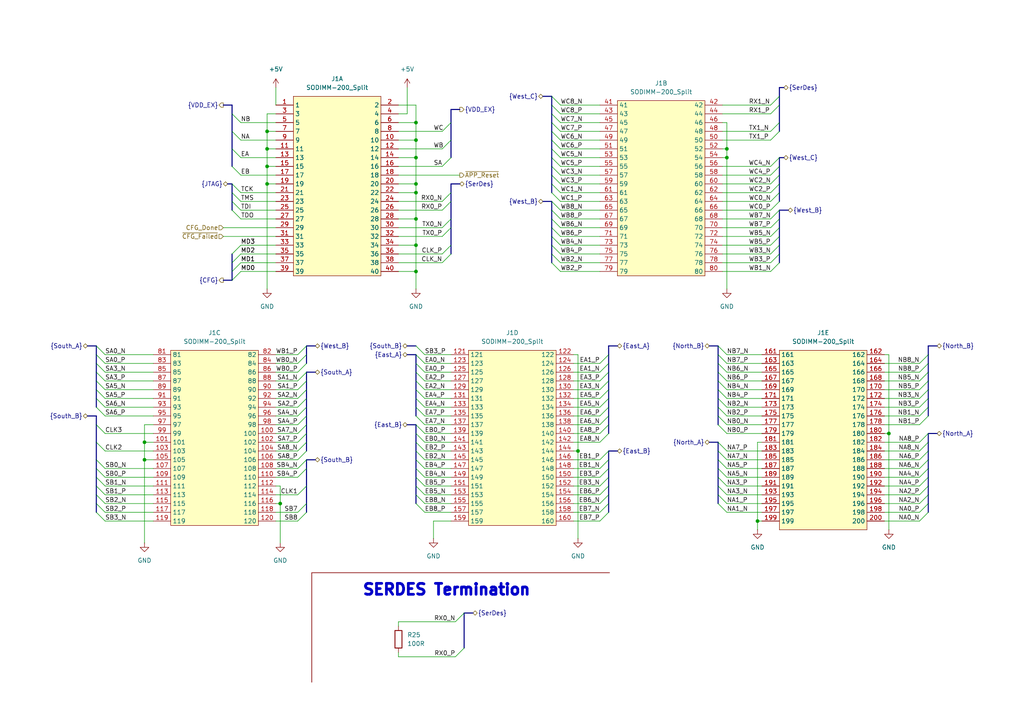
<source format=kicad_sch>
(kicad_sch (version 20231120) (generator "eeschema") (generator_version "8.0")
  (paper "A4")
  (title_block (title "CCSoM") (date "2024-12-20") (rev "1.0") (company "Technische Hochschule Köln") (comment 1 "Felix Sebastian Nitz "))
  (junction (at 167.64 130.81))
  (junction (at 120.65 40.64))
  (junction (at 81.28 146.05))
  (junction (at 257.81 125.73))
  (junction (at 41.91 128.27))
  (junction (at 120.65 63.5))
  (junction (at 120.65 45.72))
  (junction (at 120.65 55.88))
  (junction (at 120.65 35.56))
  (junction (at 41.91 133.35))
  (junction (at 210.82 43.18))
  (junction (at 210.82 45.72))
  (junction (at 120.65 71.12))
  (junction (at 77.47 53.34))
  (junction (at 77.47 48.26))
  (junction (at 77.47 43.18))
  (junction (at 77.47 38.1))
  (junction (at 120.65 53.34))
  (junction (at 219.71 151.13))
  (junction (at 120.65 78.74))
  (bus_entry (at 130.81 71.12) (size -2.54 2.54))
  (bus_entry (at 88.9 100.33) (size -2.54 2.54))
  (bus_entry (at 67.31 53.34) (size 2.54 2.54))
  (bus_entry (at 120.65 128.27) (size 2.54 2.54))
  (bus_entry (at 27.94 143.51) (size 2.54 2.54))
  (bus_entry (at 27.94 107.95) (size 2.54 2.54))
  (bus_entry (at 269.24 125.73) (size -2.54 2.54))
  (bus_entry (at 208.28 135.89) (size 2.54 2.54))
  (bus_entry (at 176.53 115.57) (size -2.54 2.54))
  (bus_entry (at 27.94 105.41) (size 2.54 2.54))
  (bus_entry (at 27.94 123.19) (size 2.54 2.54))
  (bus_entry (at 226.06 50.8) (size -2.54 2.54))
  (bus_entry (at 67.31 76.2) (size 2.54 -2.54))
  (bus_entry (at 27.94 135.89) (size 2.54 2.54))
  (bus_entry (at 226.06 30.48) (size -2.54 2.54))
  (bus_entry (at 160.02 58.42) (size 2.54 2.54))
  (bus_entry (at 67.31 33.02) (size 2.54 2.54))
  (bus_entry (at 269.24 102.87) (size -2.54 2.54))
  (bus_entry (at 160.02 48.26) (size 2.54 2.54))
  (bus_entry (at 88.9 146.05) (size -2.54 2.54))
  (bus_entry (at 160.02 43.18) (size 2.54 2.54))
  (bus_entry (at 226.06 27.94) (size -2.54 2.54))
  (bus_entry (at 208.28 113.03) (size 2.54 2.54))
  (bus_entry (at 88.9 128.27) (size -2.54 2.54))
  (bus_entry (at 160.02 35.56) (size 2.54 2.54))
  (bus_entry (at 130.81 58.42) (size -2.54 2.54))
  (bus_entry (at 130.81 66.04) (size -2.54 2.54))
  (bus_entry (at 27.94 100.33) (size 2.54 2.54))
  (bus_entry (at 208.28 107.95) (size 2.54 2.54))
  (bus_entry (at 208.28 128.27) (size 2.54 2.54))
  (bus_entry (at 27.94 133.35) (size 2.54 2.54))
  (bus_entry (at 120.65 123.19) (size 2.54 2.54))
  (bus_entry (at 176.53 135.89) (size -2.54 2.54))
  (bus_entry (at 130.81 40.64) (size -2.54 2.54))
  (bus_entry (at 176.53 107.95) (size -2.54 2.54))
  (bus_entry (at 269.24 146.05) (size -2.54 2.54))
  (bus_entry (at 160.02 76.2) (size 2.54 2.54))
  (bus_entry (at 208.28 123.19) (size 2.54 2.54))
  (bus_entry (at 160.02 38.1) (size 2.54 2.54))
  (bus_entry (at 67.31 55.88) (size 2.54 2.54))
  (bus_entry (at 176.53 133.35) (size -2.54 2.54))
  (bus_entry (at 160.02 55.88) (size 2.54 2.54))
  (bus_entry (at 269.24 143.51) (size -2.54 2.54))
  (bus_entry (at 67.31 43.18) (size 2.54 2.54))
  (bus_entry (at 226.06 63.5) (size -2.54 2.54))
  (bus_entry (at 67.31 81.28) (size 2.54 -2.54))
  (bus_entry (at 176.53 125.73) (size -2.54 2.54))
  (bus_entry (at 176.53 138.43) (size -2.54 2.54))
  (bus_entry (at 269.24 110.49) (size -2.54 2.54))
  (bus_entry (at 208.28 118.11) (size 2.54 2.54))
  (bus_entry (at 120.65 113.03) (size 2.54 2.54))
  (bus_entry (at 226.06 73.66) (size -2.54 2.54))
  (bus_entry (at 269.24 105.41) (size -2.54 2.54))
  (bus_entry (at 88.9 140.97) (size -2.54 2.54))
  (bus_entry (at 226.06 76.2) (size -2.54 2.54))
  (bus_entry (at 120.65 102.87) (size 2.54 2.54))
  (bus_entry (at 269.24 148.59) (size -2.54 2.54))
  (bus_entry (at 120.65 100.33) (size 2.54 2.54))
  (bus_entry (at 120.65 118.11) (size 2.54 2.54))
  (bus_entry (at 269.24 120.65) (size -2.54 2.54))
  (bus_entry (at 67.31 78.74) (size 2.54 -2.54))
  (bus_entry (at 176.53 148.59) (size -2.54 2.54))
  (bus_entry (at 27.94 148.59) (size 2.54 2.54))
  (bus_entry (at 130.81 73.66) (size -2.54 2.54))
  (bus_entry (at 134.62 177.8) (size -2.54 2.54))
  (bus_entry (at 67.31 60.96) (size 2.54 2.54))
  (bus_entry (at 176.53 105.41) (size -2.54 2.54))
  (bus_entry (at 130.81 35.56) (size -2.54 2.54))
  (bus_entry (at 160.02 45.72) (size 2.54 2.54))
  (bus_entry (at 160.02 60.96) (size 2.54 2.54))
  (bus_entry (at 226.06 38.1) (size -2.54 2.54))
  (bus_entry (at 88.9 115.57) (size -2.54 2.54))
  (bus_entry (at 88.9 135.89) (size -2.54 2.54))
  (bus_entry (at 130.81 63.5) (size -2.54 2.54))
  (bus_entry (at 88.9 125.73) (size -2.54 2.54))
  (bus_entry (at 208.28 138.43) (size 2.54 2.54))
  (bus_entry (at 160.02 27.94) (size 2.54 2.54))
  (bus_entry (at 120.65 125.73) (size 2.54 2.54))
  (bus_entry (at 208.28 120.65) (size 2.54 2.54))
  (bus_entry (at 27.94 146.05) (size 2.54 2.54))
  (bus_entry (at 269.24 128.27) (size -2.54 2.54))
  (bus_entry (at 160.02 40.64) (size 2.54 2.54))
  (bus_entry (at 120.65 115.57) (size 2.54 2.54))
  (bus_entry (at 120.65 138.43) (size 2.54 2.54))
  (bus_entry (at 269.24 118.11) (size -2.54 2.54))
  (bus_entry (at 27.94 138.43) (size 2.54 2.54))
  (bus_entry (at 88.9 130.81) (size -2.54 2.54))
  (bus_entry (at 88.9 120.65) (size -2.54 2.54))
  (bus_entry (at 208.28 105.41) (size 2.54 2.54))
  (bus_entry (at 208.28 143.51) (size 2.54 2.54))
  (bus_entry (at 176.53 143.51) (size -2.54 2.54))
  (bus_entry (at 160.02 73.66) (size 2.54 2.54))
  (bus_entry (at 160.02 68.58) (size 2.54 2.54))
  (bus_entry (at 226.06 48.26) (size -2.54 2.54))
  (bus_entry (at 208.28 130.81) (size 2.54 2.54))
  (bus_entry (at 226.06 45.72) (size -2.54 2.54))
  (bus_entry (at 226.06 60.96) (size -2.54 2.54))
  (bus_entry (at 269.24 130.81) (size -2.54 2.54))
  (bus_entry (at 27.94 102.87) (size 2.54 2.54))
  (bus_entry (at 160.02 63.5) (size 2.54 2.54))
  (bus_entry (at 176.53 113.03) (size -2.54 2.54))
  (bus_entry (at 27.94 110.49) (size 2.54 2.54))
  (bus_entry (at 208.28 100.33) (size 2.54 2.54))
  (bus_entry (at 269.24 133.35) (size -2.54 2.54))
  (bus_entry (at 208.28 146.05) (size 2.54 2.54))
  (bus_entry (at 120.65 105.41) (size 2.54 2.54))
  (bus_entry (at 120.65 143.51) (size 2.54 2.54))
  (bus_entry (at 208.28 115.57) (size 2.54 2.54))
  (bus_entry (at 269.24 115.57) (size -2.54 2.54))
  (bus_entry (at 134.62 187.96) (size -2.54 2.54))
  (bus_entry (at 130.81 55.88) (size -2.54 2.54))
  (bus_entry (at 226.06 58.42) (size -2.54 2.54))
  (bus_entry (at 176.53 120.65) (size -2.54 2.54))
  (bus_entry (at 176.53 110.49) (size -2.54 2.54))
  (bus_entry (at 226.06 55.88) (size -2.54 2.54))
  (bus_entry (at 88.9 123.19) (size -2.54 2.54))
  (bus_entry (at 208.28 133.35) (size 2.54 2.54))
  (bus_entry (at 120.65 130.81) (size 2.54 2.54))
  (bus_entry (at 27.94 118.11) (size 2.54 2.54))
  (bus_entry (at 160.02 53.34) (size 2.54 2.54))
  (bus_entry (at 120.65 120.65) (size 2.54 2.54))
  (bus_entry (at 27.94 128.27) (size 2.54 2.54))
  (bus_entry (at 160.02 33.02) (size 2.54 2.54))
  (bus_entry (at 226.06 53.34) (size -2.54 2.54))
  (bus_entry (at 269.24 138.43) (size -2.54 2.54))
  (bus_entry (at 27.94 140.97) (size 2.54 2.54))
  (bus_entry (at 88.9 113.03) (size -2.54 2.54))
  (bus_entry (at 67.31 58.42) (size 2.54 2.54))
  (bus_entry (at 176.53 130.81) (size -2.54 2.54))
  (bus_entry (at 176.53 146.05) (size -2.54 2.54))
  (bus_entry (at 160.02 66.04) (size 2.54 2.54))
  (bus_entry (at 120.65 107.95) (size 2.54 2.54))
  (bus_entry (at 269.24 135.89) (size -2.54 2.54))
  (bus_entry (at 226.06 35.56) (size -2.54 2.54))
  (bus_entry (at 176.53 118.11) (size -2.54 2.54))
  (bus_entry (at 27.94 115.57) (size 2.54 2.54))
  (bus_entry (at 269.24 140.97) (size -2.54 2.54))
  (bus_entry (at 269.24 113.03) (size -2.54 2.54))
  (bus_entry (at 208.28 140.97) (size 2.54 2.54))
  (bus_entry (at 120.65 135.89) (size 2.54 2.54))
  (bus_entry (at 160.02 30.48) (size 2.54 2.54))
  (bus_entry (at 120.65 133.35) (size 2.54 2.54))
  (bus_entry (at 160.02 50.8) (size 2.54 2.54))
  (bus_entry (at 226.06 66.04) (size -2.54 2.54))
  (bus_entry (at 208.28 110.49) (size 2.54 2.54))
  (bus_entry (at 67.31 73.66) (size 2.54 -2.54))
  (bus_entry (at 120.65 110.49) (size 2.54 2.54))
  (bus_entry (at 160.02 71.12) (size 2.54 2.54))
  (bus_entry (at 67.31 38.1) (size 2.54 2.54))
  (bus_entry (at 226.06 71.12) (size -2.54 2.54))
  (bus_entry (at 269.24 107.95) (size -2.54 2.54))
  (bus_entry (at 176.53 102.87) (size -2.54 2.54))
  (bus_entry (at 67.31 48.26) (size 2.54 2.54))
  (bus_entry (at 27.94 113.03) (size 2.54 2.54))
  (bus_entry (at 88.9 105.41) (size -2.54 2.54))
  (bus_entry (at 88.9 107.95) (size -2.54 2.54))
  (bus_entry (at 130.81 45.72) (size -2.54 2.54))
  (bus_entry (at 226.06 68.58) (size -2.54 2.54))
  (bus_entry (at 120.65 140.97) (size 2.54 2.54))
  (bus_entry (at 120.65 146.05) (size 2.54 2.54))
  (bus_entry (at 88.9 133.35) (size -2.54 2.54))
  (bus_entry (at 88.9 102.87) (size -2.54 2.54))
  (bus_entry (at 88.9 118.11) (size -2.54 2.54))
  (bus_entry (at 88.9 148.59) (size -2.54 2.54))
  (bus_entry (at 176.53 123.19) (size -2.54 2.54))
  (bus_entry (at 176.53 140.97) (size -2.54 2.54))
  (bus_entry (at 208.28 102.87) (size 2.54 2.54))
  (bus_entry (at 88.9 110.49) (size -2.54 2.54))
  (bus (pts (xy 130.81 55.88) (xy 130.81 58.42)))
  (bus (pts (xy 66.04 53.34) (xy 67.31 53.34)))
  (wire (pts (xy 210.82 130.81) (xy 220.98 130.81)))
  (bus (pts (xy 157.48 27.94) (xy 160.02 27.94)))
  (bus (pts (xy 176.53 118.11) (xy 176.53 120.65)))
  (bus (pts (xy 120.65 118.11) (xy 120.65 120.65)))
  (bus (pts (xy 27.94 146.05) (xy 27.94 148.59)))
  (wire (pts (xy 166.37 143.51) (xy 173.99 143.51)))
  (wire (pts (xy 115.57 78.74) (xy 120.65 78.74)))
  (bus (pts (xy 88.9 115.57) (xy 88.9 118.11)))
  (wire (pts (xy 115.57 40.64) (xy 120.65 40.64)))
  (bus (pts (xy 67.31 76.2) (xy 67.31 78.74)))
  (wire (pts (xy 162.56 58.42) (xy 173.99 58.42)))
  (bus (pts (xy 120.65 102.87) (xy 120.65 105.41)))
  (bus (pts (xy 208.28 105.41) (xy 208.28 107.95)))
  (wire (pts (xy 80.01 143.51) (xy 86.36 143.51)))
  (bus (pts (xy 208.28 128.27) (xy 208.28 130.81)))
  (wire (pts (xy 209.55 68.58) (xy 223.52 68.58)))
  (bus (pts (xy 88.9 120.65) (xy 88.9 123.19)))
  (bus (pts (xy 67.31 73.66) (xy 67.31 76.2)))
  (bus (pts (xy 160.02 73.66) (xy 160.02 76.2)))
  (wire (pts (xy 210.82 148.59) (xy 220.98 148.59)))
  (bus (pts (xy 88.9 140.97) (xy 88.9 146.05)))
  (bus (pts (xy 27.94 107.95) (xy 27.94 110.49)))
  (bus (pts (xy 176.53 138.43) (xy 176.53 140.97)))
  (wire (pts (xy 162.56 53.34) (xy 173.99 53.34)))
  (bus (pts (xy 176.53 120.65) (xy 176.53 123.19)))
  (bus (pts (xy 133.35 31.75) (xy 130.81 31.75)))
  (bus (pts (xy 269.24 125.73) (xy 269.24 128.27)))
  (bus (pts (xy 120.65 133.35) (xy 120.65 135.89)))
  (bus (pts (xy 160.02 35.56) (xy 160.02 38.1)))
  (wire (pts (xy 115.57 33.02) (xy 118.11 33.02)))
  (wire (pts (xy 120.65 78.74) (xy 120.65 83.82)))
  (bus (pts (xy 120.65 128.27) (xy 120.65 130.81)))
  (wire (pts (xy 210.82 140.97) (xy 220.98 140.97)))
  (bus (pts (xy 120.65 110.49) (xy 120.65 113.03)))
  (bus (pts (xy 91.44 133.35) (xy 88.9 133.35)))
  (wire (pts (xy 162.56 55.88) (xy 173.99 55.88)))
  (wire (pts (xy 115.57 73.66) (xy 128.27 73.66)))
  (bus (pts (xy 208.28 138.43) (xy 208.28 140.97)))
  (wire (pts (xy 210.82 113.03) (xy 220.98 113.03)))
  (bus (pts (xy 176.53 105.41) (xy 176.53 107.95)))
  (wire (pts (xy 115.57 50.8) (xy 133.35 50.8)))
  (wire (pts (xy 210.82 110.49) (xy 220.98 110.49)))
  (wire (pts (xy 209.55 43.18) (xy 210.82 43.18)))
  (wire (pts (xy 30.48 143.51) (xy 44.45 143.51)))
  (wire (pts (xy 123.19 125.73) (xy 130.81 125.73)))
  (wire (pts (xy 115.57 180.34) (xy 115.57 181.61)))
  (wire (pts (xy 80.01 113.03) (xy 86.36 113.03)))
  (wire (pts (xy 80.01 120.65) (xy 86.36 120.65)))
  (bus (pts (xy 205.74 128.27) (xy 208.28 128.27)))
  (bus (pts (xy 160.02 30.48) (xy 160.02 33.02)))
  (wire (pts (xy 162.56 60.96) (xy 173.99 60.96)))
  (bus (pts (xy 160.02 63.5) (xy 160.02 66.04)))
  (wire (pts (xy 80.01 130.81) (xy 86.36 130.81)))
  (bus (pts (xy 176.53 100.33) (xy 176.53 102.87)))
  (bus (pts (xy 208.28 130.81) (xy 208.28 133.35)))
  (bus (pts (xy 226.06 53.34) (xy 226.06 55.88)))
  (wire (pts (xy 166.37 118.11) (xy 173.99 118.11)))
  (bus (pts (xy 226.06 71.12) (xy 226.06 73.66)))
  (bus (pts (xy 130.81 66.04) (xy 130.81 71.12)))
  (bus (pts (xy 160.02 68.58) (xy 160.02 71.12)))
  (bus (pts (xy 160.02 50.8) (xy 160.02 53.34)))
  (bus (pts (xy 88.9 135.89) (xy 88.9 140.97)))
  (wire (pts (xy 209.55 71.12) (xy 223.52 71.12)))
  (wire (pts (xy 166.37 151.13) (xy 173.99 151.13)))
  (bus (pts (xy 25.4 100.33) (xy 27.94 100.33)))
  (wire (pts (xy 77.47 33.02) (xy 77.47 38.1)))
  (wire (pts (xy 210.82 35.56) (xy 210.82 43.18)))
  (wire (pts (xy 120.65 53.34) (xy 120.65 55.88)))
  (wire (pts (xy 256.54 151.13) (xy 266.7 151.13)))
  (bus (pts (xy 208.28 110.49) (xy 208.28 113.03)))
  (wire (pts (xy 115.57 189.23) (xy 115.57 190.5)))
  (wire (pts (xy 69.85 73.66) (xy 80.01 73.66)))
  (wire (pts (xy 120.65 55.88) (xy 120.65 63.5)))
  (wire (pts (xy 123.19 133.35) (xy 130.81 133.35)))
  (bus (pts (xy 208.28 143.51) (xy 208.28 146.05)))
  (bus (pts (xy 88.9 113.03) (xy 88.9 115.57)))
  (wire (pts (xy 86.36 151.13) (xy 80.01 151.13)))
  (bus (pts (xy 208.28 115.57) (xy 208.28 118.11)))
  (wire (pts (xy 166.37 146.05) (xy 173.99 146.05)))
  (wire (pts (xy 120.65 40.64) (xy 120.65 45.72)))
  (bus (pts (xy 67.31 58.42) (xy 67.31 60.96)))
  (wire (pts (xy 256.54 125.73) (xy 257.81 125.73)))
  (wire (pts (xy 80.01 125.73) (xy 86.36 125.73)))
  (bus (pts (xy 226.06 45.72) (xy 226.06 48.26)))
  (wire (pts (xy 120.65 63.5) (xy 120.65 71.12)))
  (wire (pts (xy 41.91 128.27) (xy 41.91 133.35)))
  (wire (pts (xy 256.54 102.87) (xy 257.81 102.87)))
  (wire (pts (xy 209.55 33.02) (xy 223.52 33.02)))
  (wire (pts (xy 210.82 107.95) (xy 220.98 107.95)))
  (bus (pts (xy 208.28 107.95) (xy 208.28 110.49)))
  (wire (pts (xy 123.19 128.27) (xy 130.81 128.27)))
  (polyline (pts (xy 90.424 166.116) (xy 176.784 166.116)) (stroke (width 0.2) (color 132 0 0 1)))
  (bus (pts (xy 208.28 140.97) (xy 208.28 143.51)))
  (wire (pts (xy 162.56 35.56) (xy 173.99 35.56)))
  (bus (pts (xy 67.31 30.48) (xy 67.31 33.02)))
  (bus (pts (xy 25.4 120.65) (xy 27.94 120.65)))
  (wire (pts (xy 123.19 115.57) (xy 130.81 115.57)))
  (wire (pts (xy 123.19 135.89) (xy 130.81 135.89)))
  (wire (pts (xy 123.19 118.11) (xy 130.81 118.11)))
  (wire (pts (xy 77.47 38.1) (xy 77.47 43.18)))
  (wire (pts (xy 166.37 130.81) (xy 167.64 130.81)))
  (bus (pts (xy 160.02 53.34) (xy 160.02 55.88)))
  (wire (pts (xy 210.82 146.05) (xy 220.98 146.05)))
  (bus (pts (xy 130.81 53.34) (xy 130.81 55.88)))
  (bus (pts (xy 269.24 105.41) (xy 269.24 107.95)))
  (bus (pts (xy 269.24 118.11) (xy 269.24 120.65)))
  (bus (pts (xy 176.53 135.89) (xy 176.53 138.43)))
  (wire (pts (xy 115.57 190.5) (xy 132.08 190.5)))
  (bus (pts (xy 120.65 138.43) (xy 120.65 140.97)))
  (wire (pts (xy 120.65 45.72) (xy 120.65 53.34)))
  (wire (pts (xy 115.57 48.26) (xy 128.27 48.26)))
  (wire (pts (xy 123.19 130.81) (xy 130.81 130.81)))
  (wire (pts (xy 115.57 45.72) (xy 120.65 45.72)))
  (bus (pts (xy 91.44 100.33) (xy 88.9 100.33)))
  (bus (pts (xy 269.24 133.35) (xy 269.24 135.89)))
  (wire (pts (xy 256.54 105.41) (xy 266.7 105.41)))
  (wire (pts (xy 209.55 35.56) (xy 210.82 35.56)))
  (wire (pts (xy 115.57 60.96) (xy 128.27 60.96)))
  (wire (pts (xy 80.01 102.87) (xy 86.36 102.87)))
  (bus (pts (xy 27.94 138.43) (xy 27.94 140.97)))
  (wire (pts (xy 77.47 43.18) (xy 77.47 48.26)))
  (wire (pts (xy 256.54 118.11) (xy 266.7 118.11)))
  (wire (pts (xy 115.57 30.48) (xy 120.65 30.48)))
  (bus (pts (xy 88.9 146.05) (xy 88.9 148.59)))
  (wire (pts (xy 77.47 53.34) (xy 80.01 53.34)))
  (wire (pts (xy 209.55 50.8) (xy 223.52 50.8)))
  (bus (pts (xy 176.53 110.49) (xy 176.53 113.03)))
  (wire (pts (xy 115.57 55.88) (xy 120.65 55.88)))
  (wire (pts (xy 209.55 38.1) (xy 223.52 38.1)))
  (bus (pts (xy 160.02 33.02) (xy 160.02 35.56)))
  (wire (pts (xy 115.57 53.34) (xy 120.65 53.34)))
  (bus (pts (xy 160.02 43.18) (xy 160.02 45.72)))
  (wire (pts (xy 166.37 125.73) (xy 173.99 125.73)))
  (wire (pts (xy 80.01 138.43) (xy 86.36 138.43)))
  (wire (pts (xy 80.01 115.57) (xy 86.36 115.57)))
  (wire (pts (xy 209.55 45.72) (xy 210.82 45.72)))
  (bus (pts (xy 226.06 55.88) (xy 226.06 58.42)))
  (wire (pts (xy 80.01 25.4) (xy 80.01 30.48)))
  (wire (pts (xy 120.65 30.48) (xy 120.65 35.56)))
  (bus (pts (xy 67.31 38.1) (xy 67.31 43.18)))
  (bus (pts (xy 67.31 53.34) (xy 67.31 55.88)))
  (wire (pts (xy 220.98 151.13) (xy 219.71 151.13)))
  (wire (pts (xy 209.55 60.96) (xy 223.52 60.96)))
  (wire (pts (xy 80.01 140.97) (xy 81.28 140.97)))
  (wire (pts (xy 123.19 113.03) (xy 130.81 113.03)))
  (bus (pts (xy 226.06 68.58) (xy 226.06 71.12)))
  (bus (pts (xy 269.24 102.87) (xy 269.24 105.41)))
  (bus (pts (xy 88.9 118.11) (xy 88.9 120.65)))
  (bus (pts (xy 176.53 130.81) (xy 176.53 133.35)))
  (wire (pts (xy 30.48 118.11) (xy 44.45 118.11)))
  (wire (pts (xy 69.85 45.72) (xy 80.01 45.72)))
  (bus (pts (xy 227.33 25.4) (xy 226.06 25.4)))
  (bus (pts (xy 130.81 58.42) (xy 130.81 63.5)))
  (wire (pts (xy 41.91 133.35) (xy 44.45 133.35)))
  (bus (pts (xy 88.9 107.95) (xy 88.9 110.49)))
  (bus (pts (xy 176.53 115.57) (xy 176.53 118.11)))
  (bus (pts (xy 160.02 66.04) (xy 160.02 68.58)))
  (wire (pts (xy 257.81 125.73) (xy 257.81 153.67)))
  (wire (pts (xy 69.85 60.96) (xy 80.01 60.96)))
  (wire (pts (xy 210.82 45.72) (xy 210.82 83.82)))
  (bus (pts (xy 27.94 128.27) (xy 27.94 133.35)))
  (bus (pts (xy 27.94 102.87) (xy 27.94 105.41)))
  (wire (pts (xy 30.48 105.41) (xy 44.45 105.41)))
  (wire (pts (xy 80.01 148.59) (xy 86.36 148.59)))
  (bus (pts (xy 120.65 105.41) (xy 120.65 107.95)))
  (wire (pts (xy 209.55 66.04) (xy 223.52 66.04)))
  (bus (pts (xy 208.28 100.33) (xy 208.28 102.87)))
  (wire (pts (xy 125.73 151.13) (xy 130.81 151.13)))
  (wire (pts (xy 120.65 35.56) (xy 120.65 40.64)))
  (bus (pts (xy 269.24 113.03) (xy 269.24 115.57)))
  (wire (pts (xy 210.82 135.89) (xy 220.98 135.89)))
  (bus (pts (xy 88.9 110.49) (xy 88.9 113.03)))
  (wire (pts (xy 209.55 73.66) (xy 223.52 73.66)))
  (wire (pts (xy 30.48 135.89) (xy 44.45 135.89)))
  (wire (pts (xy 123.19 110.49) (xy 130.81 110.49)))
  (wire (pts (xy 77.47 38.1) (xy 80.01 38.1)))
  (bus (pts (xy 226.06 25.4) (xy 226.06 27.94)))
  (wire (pts (xy 256.54 130.81) (xy 266.7 130.81)))
  (wire (pts (xy 123.19 146.05) (xy 130.81 146.05)))
  (wire (pts (xy 209.55 55.88) (xy 223.52 55.88)))
  (bus (pts (xy 176.53 107.95) (xy 176.53 110.49)))
  (bus (pts (xy 88.9 123.19) (xy 88.9 125.73)))
  (bus (pts (xy 269.24 146.05) (xy 269.24 148.59)))
  (wire (pts (xy 80.01 107.95) (xy 86.36 107.95)))
  (wire (pts (xy 69.85 76.2) (xy 80.01 76.2)))
  (wire (pts (xy 209.55 30.48) (xy 223.52 30.48)))
  (wire (pts (xy 162.56 66.04) (xy 173.99 66.04)))
  (bus (pts (xy 88.9 100.33) (xy 88.9 102.87)))
  (wire (pts (xy 209.55 40.64) (xy 223.52 40.64)))
  (bus (pts (xy 226.06 30.48) (xy 226.06 35.56)))
  (bus (pts (xy 208.28 133.35) (xy 208.28 135.89)))
  (wire (pts (xy 166.37 115.57) (xy 173.99 115.57)))
  (wire (pts (xy 118.11 25.4) (xy 118.11 33.02)))
  (wire (pts (xy 220.98 128.27) (xy 219.71 128.27)))
  (bus (pts (xy 205.74 100.33) (xy 208.28 100.33)))
  (bus (pts (xy 208.28 120.65) (xy 208.28 123.19)))
  (bus (pts (xy 27.94 110.49) (xy 27.94 113.03)))
  (wire (pts (xy 210.82 102.87) (xy 220.98 102.87)))
  (wire (pts (xy 115.57 38.1) (xy 128.27 38.1)))
  (bus (pts (xy 208.28 102.87) (xy 208.28 105.41)))
  (wire (pts (xy 115.57 76.2) (xy 128.27 76.2)))
  (bus (pts (xy 120.65 113.03) (xy 120.65 115.57)))
  (wire (pts (xy 69.85 58.42) (xy 80.01 58.42)))
  (wire (pts (xy 166.37 110.49) (xy 173.99 110.49)))
  (bus (pts (xy 269.24 140.97) (xy 269.24 143.51)))
  (bus (pts (xy 271.78 125.73) (xy 269.24 125.73)))
  (bus (pts (xy 130.81 63.5) (xy 130.81 66.04)))
  (bus (pts (xy 118.11 123.19) (xy 120.65 123.19)))
  (wire (pts (xy 123.19 102.87) (xy 130.81 102.87)))
  (bus (pts (xy 130.81 35.56) (xy 130.81 40.64)))
  (wire (pts (xy 80.01 133.35) (xy 86.36 133.35)))
  (wire (pts (xy 115.57 71.12) (xy 120.65 71.12)))
  (wire (pts (xy 210.82 105.41) (xy 220.98 105.41)))
  (wire (pts (xy 80.01 135.89) (xy 86.36 135.89)))
  (bus (pts (xy 160.02 60.96) (xy 160.02 63.5)))
  (wire (pts (xy 162.56 63.5) (xy 173.99 63.5)))
  (wire (pts (xy 162.56 43.18) (xy 173.99 43.18)))
  (wire (pts (xy 30.48 138.43) (xy 44.45 138.43)))
  (wire (pts (xy 69.85 50.8) (xy 80.01 50.8)))
  (wire (pts (xy 77.47 53.34) (xy 77.47 83.82)))
  (wire (pts (xy 256.54 138.43) (xy 266.7 138.43)))
  (wire (pts (xy 115.57 63.5) (xy 120.65 63.5)))
  (wire (pts (xy 162.56 71.12) (xy 173.99 71.12)))
  (wire (pts (xy 77.47 33.02) (xy 80.01 33.02)))
  (wire (pts (xy 256.54 110.49) (xy 266.7 110.49)))
  (polyline (pts (xy 90.424 166.116) (xy 90.424 197.866)) (stroke (width 0.2) (color 132 0 0 1)))
  (wire (pts (xy 256.54 146.05) (xy 266.7 146.05)))
  (wire (pts (xy 209.55 76.2) (xy 223.52 76.2)))
  (wire (pts (xy 209.55 63.5) (xy 223.52 63.5)))
  (bus (pts (xy 176.53 102.87) (xy 176.53 105.41)))
  (wire (pts (xy 80.01 123.19) (xy 86.36 123.19)))
  (wire (pts (xy 167.64 102.87) (xy 167.64 130.81)))
  (wire (pts (xy 166.37 102.87) (xy 167.64 102.87)))
  (wire (pts (xy 123.19 148.59) (xy 130.81 148.59)))
  (wire (pts (xy 209.55 78.74) (xy 223.52 78.74)))
  (wire (pts (xy 80.01 105.41) (xy 86.36 105.41)))
  (bus (pts (xy 27.94 105.41) (xy 27.94 107.95)))
  (bus (pts (xy 27.94 143.51) (xy 27.94 146.05)))
  (bus (pts (xy 269.24 107.95) (xy 269.24 110.49)))
  (wire (pts (xy 30.48 113.03) (xy 44.45 113.03)))
  (wire (pts (xy 123.19 107.95) (xy 130.81 107.95)))
  (wire (pts (xy 162.56 30.48) (xy 173.99 30.48)))
  (wire (pts (xy 69.85 63.5) (xy 80.01 63.5)))
  (bus (pts (xy 226.06 35.56) (xy 226.06 38.1)))
  (wire (pts (xy 162.56 48.26) (xy 173.99 48.26)))
  (bus (pts (xy 226.06 45.72) (xy 227.33 45.72)))
  (wire (pts (xy 256.54 143.51) (xy 266.7 143.51)))
  (bus (pts (xy 27.94 123.19) (xy 27.94 128.27)))
  (wire (pts (xy 69.85 55.88) (xy 80.01 55.88)))
  (wire (pts (xy 256.54 140.97) (xy 266.7 140.97)))
  (wire (pts (xy 256.54 120.65) (xy 266.7 120.65)))
  (bus (pts (xy 228.6 60.96) (xy 226.06 60.96)))
  (bus (pts (xy 269.24 138.43) (xy 269.24 140.97)))
  (wire (pts (xy 209.55 48.26) (xy 223.52 48.26)))
  (bus (pts (xy 269.24 130.81) (xy 269.24 133.35)))
  (wire (pts (xy 120.65 71.12) (xy 120.65 78.74)))
  (wire (pts (xy 69.85 71.12) (xy 80.01 71.12)))
  (bus (pts (xy 91.44 107.95) (xy 88.9 107.95)))
  (bus (pts (xy 67.31 33.02) (xy 67.31 38.1)))
  (wire (pts (xy 209.55 53.34) (xy 223.52 53.34)))
  (wire (pts (xy 123.19 123.19) (xy 130.81 123.19)))
  (bus (pts (xy 67.31 43.18) (xy 67.31 48.26)))
  (bus (pts (xy 120.65 125.73) (xy 120.65 128.27)))
  (wire (pts (xy 80.01 118.11) (xy 86.36 118.11)))
  (wire (pts (xy 41.91 123.19) (xy 44.45 123.19)))
  (wire (pts (xy 210.82 143.51) (xy 220.98 143.51)))
  (bus (pts (xy 157.48 58.42) (xy 160.02 58.42)))
  (bus (pts (xy 134.62 177.8) (xy 134.62 187.96)))
  (bus (pts (xy 64.77 81.28) (xy 67.31 81.28)))
  (wire (pts (xy 167.64 130.81) (xy 167.64 156.21)))
  (wire (pts (xy 210.82 138.43) (xy 220.98 138.43)))
  (bus (pts (xy 176.53 146.05) (xy 176.53 148.59)))
  (bus (pts (xy 226.06 50.8) (xy 226.06 53.34)))
  (wire (pts (xy 219.71 128.27) (xy 219.71 151.13)))
  (wire (pts (xy 256.54 113.03) (xy 266.7 113.03)))
  (wire (pts (xy 256.54 135.89) (xy 266.7 135.89)))
  (wire (pts (xy 166.37 148.59) (xy 173.99 148.59)))
  (wire (pts (xy 115.57 58.42) (xy 128.27 58.42)))
  (wire (pts (xy 30.48 140.97) (xy 44.45 140.97)))
  (bus (pts (xy 120.65 135.89) (xy 120.65 138.43)))
  (bus (pts (xy 160.02 27.94) (xy 160.02 30.48)))
  (wire (pts (xy 210.82 133.35) (xy 220.98 133.35)))
  (wire (pts (xy 41.91 123.19) (xy 41.91 128.27)))
  (wire (pts (xy 166.37 133.35) (xy 173.99 133.35)))
  (bus (pts (xy 208.28 118.11) (xy 208.28 120.65)))
  (wire (pts (xy 30.48 146.05) (xy 44.45 146.05)))
  (bus (pts (xy 226.06 66.04) (xy 226.06 68.58)))
  (wire (pts (xy 162.56 38.1) (xy 173.99 38.1)))
  (bus (pts (xy 176.53 140.97) (xy 176.53 143.51)))
  (wire (pts (xy 123.19 140.97) (xy 130.81 140.97)))
  (wire (pts (xy 210.82 118.11) (xy 220.98 118.11)))
  (bus (pts (xy 120.65 123.19) (xy 120.65 125.73)))
  (bus (pts (xy 269.24 135.89) (xy 269.24 138.43)))
  (wire (pts (xy 123.19 120.65) (xy 130.81 120.65)))
  (wire (pts (xy 30.48 110.49) (xy 44.45 110.49)))
  (wire (pts (xy 115.57 180.34) (xy 132.08 180.34)))
  (wire (pts (xy 219.71 151.13) (xy 219.71 153.67)))
  (wire (pts (xy 115.57 35.56) (xy 120.65 35.56)))
  (wire (pts (xy 123.19 143.51) (xy 130.81 143.51)))
  (wire (pts (xy 30.48 151.13) (xy 44.45 151.13)))
  (wire (pts (xy 162.56 50.8) (xy 173.99 50.8)))
  (wire (pts (xy 256.54 133.35) (xy 266.7 133.35)))
  (bus (pts (xy 27.94 135.89) (xy 27.94 138.43)))
  (bus (pts (xy 160.02 58.42) (xy 160.02 60.96)))
  (bus (pts (xy 130.81 71.12) (xy 130.81 73.66)))
  (wire (pts (xy 256.54 115.57) (xy 266.7 115.57)))
  (wire (pts (xy 69.85 78.74) (xy 80.01 78.74)))
  (wire (pts (xy 162.56 78.74) (xy 173.99 78.74)))
  (bus (pts (xy 67.31 55.88) (xy 67.31 58.42)))
  (wire (pts (xy 162.56 33.02) (xy 173.99 33.02)))
  (bus (pts (xy 27.94 113.03) (xy 27.94 115.57)))
  (bus (pts (xy 27.94 100.33) (xy 27.94 102.87)))
  (wire (pts (xy 77.47 48.26) (xy 77.47 53.34)))
  (wire (pts (xy 64.77 66.04) (xy 80.01 66.04)))
  (bus (pts (xy 130.81 40.64) (xy 130.81 45.72)))
  (bus (pts (xy 208.28 135.89) (xy 208.28 138.43)))
  (wire (pts (xy 162.56 68.58) (xy 173.99 68.58)))
  (bus (pts (xy 120.65 140.97) (xy 120.65 143.51)))
  (bus (pts (xy 67.31 78.74) (xy 67.31 81.28)))
  (wire (pts (xy 123.19 138.43) (xy 130.81 138.43)))
  (bus (pts (xy 269.24 110.49) (xy 269.24 113.03)))
  (bus (pts (xy 269.24 128.27) (xy 269.24 130.81)))
  (wire (pts (xy 166.37 105.41) (xy 173.99 105.41)))
  (bus (pts (xy 118.11 102.87) (xy 120.65 102.87)))
  (bus (pts (xy 120.65 130.81) (xy 120.65 133.35)))
  (wire (pts (xy 30.48 120.65) (xy 44.45 120.65)))
  (bus (pts (xy 27.94 115.57) (xy 27.94 118.11)))
  (wire (pts (xy 162.56 45.72) (xy 173.99 45.72)))
  (bus (pts (xy 226.06 60.96) (xy 226.06 63.5)))
  (wire (pts (xy 166.37 123.19) (xy 173.99 123.19)))
  (bus (pts (xy 208.28 113.03) (xy 208.28 115.57)))
  (wire (pts (xy 162.56 76.2) (xy 173.99 76.2)))
  (wire (pts (xy 80.01 110.49) (xy 86.36 110.49)))
  (wire (pts (xy 30.48 148.59) (xy 44.45 148.59)))
  (bus (pts (xy 226.06 73.66) (xy 226.06 76.2)))
  (wire (pts (xy 166.37 138.43) (xy 173.99 138.43)))
  (wire (pts (xy 166.37 120.65) (xy 173.99 120.65)))
  (bus (pts (xy 118.11 100.33) (xy 120.65 100.33)))
  (wire (pts (xy 30.48 125.73) (xy 44.45 125.73)))
  (wire (pts (xy 115.57 68.58) (xy 128.27 68.58)))
  (wire (pts (xy 123.19 105.41) (xy 130.81 105.41)))
  (bus (pts (xy 269.24 115.57) (xy 269.24 118.11)))
  (bus (pts (xy 120.65 115.57) (xy 120.65 118.11)))
  (wire (pts (xy 210.82 123.19) (xy 220.98 123.19)))
  (wire (pts (xy 166.37 135.89) (xy 173.99 135.89)))
  (wire (pts (xy 80.01 35.56) (xy 69.85 35.56)))
  (bus (pts (xy 27.94 140.97) (xy 27.94 143.51)))
  (bus (pts (xy 226.06 27.94) (xy 226.06 30.48)))
  (bus (pts (xy 160.02 71.12) (xy 160.02 73.66)))
  (wire (pts (xy 166.37 113.03) (xy 173.99 113.03)))
  (wire (pts (xy 162.56 40.64) (xy 173.99 40.64)))
  (bus (pts (xy 160.02 40.64) (xy 160.02 43.18)))
  (wire (pts (xy 210.82 43.18) (xy 210.82 45.72)))
  (wire (pts (xy 166.37 107.95) (xy 173.99 107.95)))
  (wire (pts (xy 256.54 148.59) (xy 266.7 148.59)))
  (bus (pts (xy 176.53 143.51) (xy 176.53 146.05)))
  (wire (pts (xy 41.91 128.27) (xy 44.45 128.27)))
  (wire (pts (xy 256.54 123.19) (xy 266.7 123.19)))
  (bus (pts (xy 134.62 177.8) (xy 137.16 177.8)))
  (bus (pts (xy 160.02 38.1) (xy 160.02 40.64)))
  (bus (pts (xy 176.53 133.35) (xy 176.53 135.89)))
  (bus (pts (xy 130.81 53.34) (xy 133.35 53.34)))
  (wire (pts (xy 64.77 68.58) (xy 80.01 68.58)))
  (wire (pts (xy 81.28 140.97) (xy 81.28 146.05)))
  (bus (pts (xy 179.07 100.33) (xy 176.53 100.33)))
  (wire (pts (xy 257.81 102.87) (xy 257.81 125.73)))
  (wire (pts (xy 30.48 115.57) (xy 44.45 115.57)))
  (bus (pts (xy 226.06 63.5) (xy 226.06 66.04)))
  (bus (pts (xy 176.53 123.19) (xy 176.53 125.73)))
  (wire (pts (xy 30.48 107.95) (xy 44.45 107.95)))
  (bus (pts (xy 179.07 130.81) (xy 176.53 130.81)))
  (wire (pts (xy 115.57 66.04) (xy 128.27 66.04)))
  (wire (pts (xy 256.54 128.27) (xy 266.7 128.27)))
  (bus (pts (xy 27.94 120.65) (xy 27.94 123.19)))
  (wire (pts (xy 256.54 107.95) (xy 266.7 107.95)))
  (bus (pts (xy 120.65 143.51) (xy 120.65 146.05)))
  (wire (pts (xy 210.82 125.73) (xy 220.98 125.73)))
  (bus (pts (xy 271.78 100.33) (xy 269.24 100.33)))
  (wire (pts (xy 77.47 43.18) (xy 80.01 43.18)))
  (bus (pts (xy 88.9 133.35) (xy 88.9 135.89)))
  (bus (pts (xy 88.9 128.27) (xy 88.9 130.81)))
  (wire (pts (xy 80.01 146.05) (xy 81.28 146.05)))
  (wire (pts (xy 209.55 58.42) (xy 223.52 58.42)))
  (bus (pts (xy 160.02 48.26) (xy 160.02 50.8)))
  (bus (pts (xy 130.81 31.75) (xy 130.81 35.56)))
  (wire (pts (xy 81.28 146.05) (xy 81.28 157.48)))
  (wire (pts (xy 210.82 115.57) (xy 220.98 115.57)))
  (wire (pts (xy 166.37 140.97) (xy 173.99 140.97)))
  (wire (pts (xy 162.56 73.66) (xy 173.99 73.66)))
  (bus (pts (xy 269.24 100.33) (xy 269.24 102.87)))
  (wire (pts (xy 166.37 128.27) (xy 173.99 128.27)))
  (wire (pts (xy 30.48 130.81) (xy 44.45 130.81)))
  (wire (pts (xy 125.73 151.13) (xy 125.73 156.21)))
  (wire (pts (xy 69.85 40.64) (xy 80.01 40.64)))
  (bus (pts (xy 176.53 113.03) (xy 176.53 115.57)))
  (wire (pts (xy 80.01 128.27) (xy 86.36 128.27)))
  (bus (pts (xy 88.9 102.87) (xy 88.9 105.41)))
  (bus (pts (xy 120.65 107.95) (xy 120.65 110.49)))
  (bus (pts (xy 64.77 30.48) (xy 67.31 30.48)))
  (wire (pts (xy 115.57 43.18) (xy 128.27 43.18)))
  (wire (pts (xy 30.48 102.87) (xy 44.45 102.87)))
  (bus (pts (xy 269.24 143.51) (xy 269.24 146.05)))
  (wire (pts (xy 41.91 133.35) (xy 41.91 157.48)))
  (bus (pts (xy 160.02 45.72) (xy 160.02 48.26)))
  (bus (pts (xy 27.94 133.35) (xy 27.94 135.89)))
  (wire (pts (xy 77.47 48.26) (xy 80.01 48.26)))
  (wire (pts (xy 210.82 120.65) (xy 220.98 120.65)))
  (bus (pts (xy 88.9 125.73) (xy 88.9 128.27)))
  (bus (pts (xy 226.06 48.26) (xy 226.06 50.8)))
  (text "SERDES Termination" (at 129.54 171.196 0) (effects (font (size 3.175 3.175) (thickness 1.27) (bold yes))))
  (label "MD0" (at 69.85 78.74 0))
  (label "EA" (at 69.85 45.72 0))
  (label "EB1_P" (at 173.99 133.35 180))
  (label "NA3_P" (at 210.82 140.97 0))
  (label "WC4_P" (at 223.52 50.8 180))
  (label "WB4_P" (at 162.56 73.66 0))
  (label "MD1" (at 69.85 76.2 0))
  (label "NA4_P" (at 266.7 140.97 180))
  (label "NB4_P" (at 210.82 115.57 0))
  (label "MD2" (at 69.85 73.66 0))
  (label "NA7_P" (at 210.82 130.81 0))
  (label "EA5_N" (at 173.99 118.11 180))
  (label "NB2_P" (at 210.82 120.65 0))
  (label "WB4_N" (at 162.56 71.12 0))
  (label "SA7_P" (at 86.36 128.27 180))
  (label "EB7_N" (at 173.99 148.59 180))
  (label "EA1_N" (at 173.99 107.95 180))
  (label "NA8_P" (at 266.7 128.27 180))
  (label "RX1_P" (at 217.17 33.02 0))
  (label "NB3_P" (at 266.7 118.11 180))
  (label "TDO" (at 73.66 63.5 180))
  (label "WC7_P" (at 162.56 38.1 0))
  (label "WB6_P" (at 162.56 68.58 0))
  (label "SA8_P" (at 86.36 133.35 180))
  (label "WB5_P" (at 217.17 71.12 0))
  (label "EB8_P" (at 123.19 148.59 0))
  (label "SA4_P" (at 86.36 123.19 180))
  (label "SB8" (at 86.36 151.13 180))
  (label "NB6_P" (at 210.82 110.49 0))
  (label "NA0_P" (at 266.7 148.59 180))
  (label "WB6_N" (at 162.56 66.04 0))
  (label "WC5_N" (at 162.56 45.72 0))
  (label "NB8_N" (at 266.7 105.41 180))
  (label "WC6_P" (at 162.56 43.18 0))
  (label "WB8_P" (at 162.56 63.5 0))
  (label "EA3_P" (at 173.99 110.49 180))
  (label "SA3_N" (at 30.48 107.95 0))
  (label "SA4_N" (at 86.36 120.65 180))
  (label "EB1_N" (at 173.99 135.89 180))
  (label "SB0_P" (at 30.48 138.43 0))
  (label "WB3_N" (at 217.17 73.66 0))
  (label "SA2_P" (at 86.36 118.11 180))
  (label "SB1_N" (at 30.48 140.97 0))
  (label "WB1_P" (at 86.36 102.87 180))
  (label "WC8_N" (at 162.56 30.48 0))
  (label "WC2_N" (at 217.17 53.34 0))
  (label "WC3_P" (at 162.56 53.34 0))
  (label "NB7_P" (at 210.82 105.41 0))
  (label "SB7" (at 86.36 148.59 180))
  (label "EA6_N" (at 173.99 123.19 180))
  (label "NA0_N" (at 266.7 151.13 180))
  (label "SA2_N" (at 86.36 115.57 180))
  (label "SB4_P" (at 86.36 138.43 180))
  (label "WC2_P" (at 217.17 55.88 0))
  (label "EB6_P" (at 173.99 143.51 180))
  (label "NB1_N" (at 266.7 120.65 180))
  (label "WB8_N" (at 162.56 60.96 0))
  (label "SB3_N" (at 30.48 151.13 0))
  (label "WC8_P" (at 162.56 33.02 0))
  (label "EA3_N" (at 173.99 113.03 180))
  (label "NA6_P" (at 266.7 133.35 180))
  (label "WC3_N" (at 162.56 50.8 0))
  (label "SA8_N" (at 86.36 130.81 180))
  (label "TX1_P" (at 217.17 40.64 0))
  (label "SB1_P" (at 30.48 143.51 0))
  (label "WC5_P" (at 162.56 48.26 0))
  (label "TX0_P" (at 128.27 68.58 180))
  (label "NB4_N" (at 210.82 113.03 0))
  (label "TCK" (at 69.85 55.88 0))
  (label "EA6_P" (at 173.99 120.65 180))
  (label "NA8_N" (at 266.7 130.81 180))
  (label "TX1_N" (at 217.17 38.1 0))
  (label "EA5_P" (at 173.99 115.57 180))
  (label "EA2_N" (at 123.19 113.03 0))
  (label "WB2_N" (at 162.56 76.2 0))
  (label "EA2_P" (at 123.19 110.49 0))
  (label "EA7_N" (at 123.19 123.19 0))
  (label "NB7_N" (at 210.82 102.87 0))
  (label "EB4_N" (at 123.19 138.43 0))
  (label "EA4_P" (at 123.19 115.57 0))
  (label "WC4_N" (at 223.52 48.26 180))
  (label "EB5_P" (at 123.19 140.97 0))
  (label "RX0_N" (at 132.08 180.34 180))
  (label "EA1_P" (at 173.99 105.41 180))
  (label "SA5_P" (at 30.48 115.57 0))
  (label "EB5_N" (at 123.19 143.51 0))
  (label "WB3_P" (at 217.17 76.2 0))
  (label "EA4_N" (at 123.19 118.11 0))
  (label "EB2_P" (at 123.19 130.81 0))
  (label "NA1_P" (at 210.82 146.05 0))
  (label "WC" (at 125.73 38.1 0))
  (label "WB7_P" (at 217.17 66.04 0))
  (label "NB" (at 69.85 35.56 0))
  (label "RX1_N" (at 217.17 30.48 0))
  (label "CLK1" (at 86.36 143.51 180))
  (label "SA1_P" (at 86.36 113.03 180))
  (label "EB0_P" (at 123.19 125.73 0))
  (label "EB0_N" (at 123.19 128.27 0))
  (label "SA7_N" (at 86.36 125.73 180))
  (label "WC0_P" (at 217.17 60.96 0))
  (label "WC1_P" (at 162.56 58.42 0))
  (label "WC1_N" (at 162.56 55.88 0))
  (label "NB0_P" (at 210.82 125.73 0))
  (label "SA6_P" (at 30.48 120.65 0))
  (label "WB7_N" (at 217.17 63.5 0))
  (label "WB1_N" (at 217.17 78.74 0))
  (label "NB0_N" (at 210.82 123.19 0))
  (label "NA" (at 69.85 40.64 0))
  (label "MD3" (at 69.85 71.12 0))
  (label "SB4_N" (at 86.36 135.89 180))
  (label "SB0_N" (at 30.48 135.89 0))
  (label "NA6_N" (at 266.7 135.89 180))
  (label "MD0" (at 69.85 78.74 0))
  (label "SA" (at 128.27 48.26 180))
  (label "NA4_N" (at 266.7 138.43 180))
  (label "EA8_N" (at 173.99 128.27 180))
  (label "WB5_N" (at 217.17 68.58 0))
  (label "MD1" (at 69.85 76.2 0))
  (label "EB7_P" (at 173.99 151.13 180))
  (label "CLK_P" (at 128.27 73.66 180))
  (label "NB1_P" (at 266.7 123.19 180))
  (label "SA0_N" (at 30.48 102.87 0))
  (label "NB5_N" (at 266.7 110.49 180))
  (label "SB3_P" (at 123.19 102.87 0))
  (label "NB2_N" (at 210.82 118.11 0))
  (label "TDI" (at 69.85 60.96 0))
  (label "EA0_P" (at 123.19 107.95 0))
  (label "WC7_N" (at 162.56 35.56 0))
  (label "WB0_N" (at 86.36 105.41 180))
  (label "WB" (at 125.73 43.18 0))
  (label "EA7_P" (at 123.19 120.65 0))
  (label "WB2_P" (at 162.56 78.74 0))
  (label "NA2_N" (at 266.7 146.05 180))
  (label "EB4_P" (at 123.19 135.89 0))
  (label "RX0_P" (at 132.08 190.5 180))
  (label "NA1_N" (at 210.82 148.59 0))
  (label "NB6_N" (at 210.82 107.95 0))
  (label "WB0_P" (at 80.01 107.95 0))
  (label "NB3_N" (at 266.7 115.57 180))
  (label "SA5_N" (at 30.48 113.03 0))
  (label "EB3_N" (at 173.99 140.97 180))
  (label "CLK2" (at 30.48 130.81 0))
  (label "NA5_N" (at 210.82 138.43 0))
  (label "EA0_N" (at 123.19 105.41 0))
  (label "NA2_P" (at 266.7 143.51 180))
  (label "TMS" (at 73.66 58.42 180))
  (label "NA3_N" (at 210.82 143.51 0))
  (label "EB" (at 69.85 50.8 0))
  (label "WC0_N" (at 217.17 58.42 0))
  (label "CLK3" (at 30.48 125.73 0))
  (label "SA3_P" (at 30.48 110.49 0))
  (label "NB5_P" (at 266.7 113.03 180))
  (label "NA7_N" (at 210.82 133.35 0))
  (label "RX0_N" (at 128.27 58.42 180))
  (label "EB8_N" (at 123.19 146.05 0))
  (label "RX0_P" (at 128.27 60.96 180))
  (label "WC6_N" (at 162.56 40.64 0))
  (label "EA8_P" (at 173.99 125.73 180))
  (label "SB2_N" (at 30.48 146.05 0))
  (label "SB2_P" (at 30.48 148.59 0))
  (label "SA0_P" (at 30.48 105.41 0))
  (label "NB8_P" (at 266.7 107.95 180))
  (label "EB6_N" (at 173.99 146.05 180))
  (label "MD3" (at 69.85 71.12 0))
  (label "TX0_N" (at 128.27 66.04 180))
  (label "SA1_N" (at 86.36 110.49 180))
  (label "EB3_P" (at 173.99 138.43 180))
  (label "CLK_N" (at 128.27 76.2 180))
  (label "EB2_N" (at 123.19 133.35 0))
  (label "MD2" (at 69.85 73.66 0))
  (label "SA6_N" (at 30.48 118.11 0))
  (label "NA5_P" (at 210.82 135.89 0))
  (hierarchical_label "{West_B}" (shape bidirectional) (at 91.44 100.33 0))
  (hierarchical_label "{VDD_EX}" (shape output) (at 133.35 31.75 0))
  (hierarchical_label "{West_C}" (shape bidirectional) (at 227.33 45.72 0))
  (hierarchical_label "{South_B}" (shape bidirectional) (at 91.44 133.35 0))
  (hierarchical_label "{North_A}" (shape bidirectional) (at 271.78 125.73 0))
  (hierarchical_label "{JTAG}" (shape bidirectional) (at 66.04 53.34 180))
  (hierarchical_label "{SerDes}" (shape bidirectional) (at 227.33 25.4 0))
  (hierarchical_label "{VDD_EX}" (shape output) (at 64.77 30.48 180))
  (hierarchical_label "{East_A}" (shape bidirectional) (at 179.07 100.33 0))
  (hierarchical_label "{West_B}" (shape bidirectional) (at 228.6 60.96 0))
  (hierarchical_label "{SerDes}" (shape bidirectional) (at 137.16 177.8 0))
  (hierarchical_label "{East_B}" (shape bidirectional) (at 179.07 130.81 0))
  (hierarchical_label "CFG_Done" (shape input) (at 64.77 66.04 180))
  (hierarchical_label "{North_B}" (shape bidirectional) (at 271.78 100.33 0))
  (hierarchical_label "{East_A}" (shape bidirectional) (at 118.11 102.87 180))
  (hierarchical_label "{SerDes}" (shape bidirectional) (at 133.35 53.34 0))
  (hierarchical_label "{West_B}" (shape bidirectional) (at 157.48 58.42 180))
  (hierarchical_label "{CFG}" (shape output) (at 64.77 81.28 180))
  (hierarchical_label "{East_B}" (shape bidirectional) (at 118.11 123.19 180))
  (hierarchical_label "~{CFG_Failed}" (shape input) (at 64.77 68.58 180))
  (hierarchical_label "{West_C}" (shape bidirectional) (at 157.48 27.94 180))
  (hierarchical_label "{South_A}" (shape bidirectional) (at 91.44 107.95 0))
  (hierarchical_label "{South_A}" (shape bidirectional) (at 25.4 100.33 180))
  (hierarchical_label "{South_B}" (shape bidirectional) (at 118.11 100.33 180))
  (hierarchical_label "{North_A}" (shape bidirectional) (at 205.74 128.27 180))
  (hierarchical_label "{South_B}" (shape bidirectional) (at 25.4 120.65 180))
  (hierarchical_label "~{APP_Reset}" (shape output) (at 133.35 50.8 0))
  (hierarchical_label "{North_B}" (shape bidirectional) (at 205.74 100.33 180))
  (symbol (lib_id "power:GND") (at 219.71 153.67 0) (unit 1)
    (property "Reference" "#PWR042" (effects (hide yes)))
    (property "Value" "GND" (at 219.71 158.75 0))
    (property "Description" "Power symbol creates a global label with name \"GND\" , ground" (effects (hide yes)))
  )
  (symbol (lib_id "power:GND") (at 41.91 157.48 0) (unit 1)
    (property "Reference" "#PWR047" (effects (hide yes)))
    (property "Value" "GND" (at 41.91 162.56 0))
    (property "Description" "Power symbol creates a global label with name \"GND\" , ground" (effects (hide yes)))
  )
  (symbol (lib_id "ccsom_lib:Vin5V") (at 80.01 25.4 0) (unit 1)
    (property "Reference" "#PWR037" (effects (hide yes)))
    (property "Value" "+5V" (at 80.01 20.066 0))
    (property "Description" "Power symbol creates a global label" (effects (hide yes)))
  )
  (symbol (lib_id "ccsom_lib:Vin5V") (at 118.11 25.4 0) (unit 1)
    (property "Reference" "#PWR038" (effects (hide yes)))
    (property "Value" "+5V" (at 118.11 20.066 0))
    (property "Description" "Power symbol creates a global label" (effects (hide yes)))
  )
  (symbol (lib_id "power:GND") (at 210.82 83.82 0) (unit 1)
    (property "Reference" "#PWR041" (effects (hide yes)))
    (property "Value" "GND" (at 210.82 88.9 0))
    (property "Description" "Power symbol creates a global label with name \"GND\" , ground" (effects (hide yes)))
  )
  (symbol (lib_id "power:GND") (at 120.65 83.82 0) (unit 1)
    (property "Reference" "#PWR040" (effects (hide yes)))
    (property "Value" "GND" (at 120.65 88.9 0))
    (property "Description" "Power symbol creates a global label with name \"GND\" , ground" (effects (hide yes)))
  )
  (symbol (lib_id "Connector:SODIMM-200_Split") (at 62.23 125.73 0) (unit 3) (in_bom no)
    (property "Reference" "J1" (at 62.23 96.52 0))
    (property "Value" "SODIMM-200_Split" (at 62.23 99.06 0))
    (property "Footprint" "ccsom_Footprint_lib:SODIMM-200_2.5V_Card_edge" (effects (hide yes)))
    (property "Description" "SODIMM 200 Pin socket" (effects (hide yes)))
  )
  (symbol (lib_id "power:GND") (at 257.81 153.67 0) (unit 1)
    (property "Reference" "#PWR043" (effects (hide yes)))
    (property "Value" "GND" (at 257.81 158.75 0))
    (property "Description" "Power symbol creates a global label with name \"GND\" , ground" (effects (hide yes)))
  )
  (symbol (lib_id "Connector:SODIMM-200_Split") (at 238.76 125.73 0) (unit 5) (in_bom no)
    (property "Reference" "J1" (at 238.76 96.52 0))
    (property "Value" "SODIMM-200_Split" (at 238.76 99.06 0))
    (property "Footprint" "ccsom_Footprint_lib:SODIMM-200_2.5V_Card_edge" (effects (hide yes)))
    (property "Description" "SODIMM 200 Pin socket" (effects (hide yes)))
  )
  (symbol (lib_id "power:GND") (at 81.28 157.48 0) (mirror y) (unit 1)
    (property "Reference" "#PWR046" (effects (hide yes)))
    (property "Value" "GND" (at 81.28 162.56 0))
    (property "Description" "Power symbol creates a global label with name \"GND\" , ground" (effects (hide yes)))
  )
  (symbol (lib_id "power:GND") (at 77.47 83.82 0) (unit 1)
    (property "Reference" "#PWR039" (effects (hide yes)))
    (property "Value" "GND" (at 77.47 88.9 0))
    (property "Description" "Power symbol creates a global label with name \"GND\" , ground" (effects (hide yes)))
  )
  (symbol (lib_id "Connector:SODIMM-200_Split") (at 148.59 125.73 0) (unit 4) (in_bom no)
    (property "Reference" "J1" (at 148.59 96.52 0))
    (property "Value" "SODIMM-200_Split" (at 148.59 99.06 0))
    (property "Footprint" "ccsom_Footprint_lib:SODIMM-200_2.5V_Card_edge" (effects (hide yes)))
    (property "Description" "SODIMM 200 Pin socket" (effects (hide yes)))
  )
  (symbol (lib_id "power:GND") (at 125.73 156.21 0) (unit 1)
    (property "Reference" "#PWR044" (effects (hide yes)))
    (property "Value" "GND" (at 125.73 161.29 0))
    (property "Description" "Power symbol creates a global label with name \"GND\" , ground" (effects (hide yes)))
  )
  (symbol (lib_id "Connector:SODIMM-200_Split") (at 191.77 53.34 0) (unit 2) (in_bom no)
    (property "Reference" "J1" (at 191.77 24.13 0))
    (property "Value" "SODIMM-200_Split" (at 191.77 26.67 0))
    (property "Footprint" "ccsom_Footprint_lib:SODIMM-200_2.5V_Card_edge" (effects (hide yes)))
    (property "Description" "SODIMM 200 Pin socket" (effects (hide yes)))
  )
  (symbol (lib_id "power:GND") (at 167.64 156.21 0) (unit 1)
    (property "Reference" "#PWR045" (effects (hide yes)))
    (property "Value" "GND" (at 167.64 161.29 0))
    (property "Description" "Power symbol creates a global label with name \"GND\" , ground" (effects (hide yes)))
  )
  (symbol (lib_id "Connector:SODIMM-200_Split") (at 97.79 53.34 0) (unit 1) (in_bom no)
    (property "Reference" "J1" (at 97.79 22.86 0))
    (property "Value" "SODIMM-200_Split" (at 97.79 25.4 0))
    (property "Footprint" "ccsom_Footprint_lib:SODIMM-200_2.5V_Card_edge" (effects (hide yes)))
    (property "Description" "SODIMM 200 Pin socket" (effects (hide yes)))
  )
  (symbol (lib_id "Device:R") (at 115.57 185.42 0) (mirror y) (unit 1)
    (property "Reference" "R25" (at 118.11 184.1499 0) (effects (justify right)))
    (property "Value" "100R" (at 118.11 186.6899 0) (effects (justify right)))
    (property "Footprint" "Resistor_SMD:R_0201_0603Metric" (effects (hide yes)))
    (property "Description" "Resistor" (effects (hide yes)))
    (property "Mouser Part Number" "71-CRCW0201100RFNED" (effects (hide yes)))
  )
)
</source>
